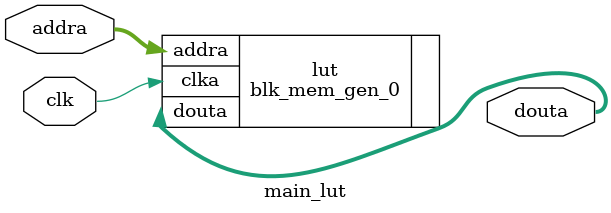
<source format=v>
`timescale 1ns / 1ps


module main_lut(
    input clk,
    input [7:0] addra,
    output [7:0] douta
    );
    
    
blk_mem_gen_0 lut
(
    .clka(clk),
    .addra(addra),
    .douta(douta)
);

endmodule

</source>
